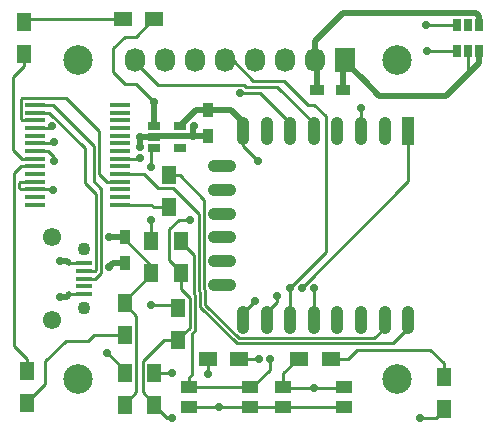
<source format=gbr>
G04 #@! TF.FileFunction,Copper,L1,Top,Signal*
%FSLAX46Y46*%
G04 Gerber Fmt 4.6, Leading zero omitted, Abs format (unit mm)*
G04 Created by KiCad (PCBNEW 4.0.0-rc2-stable) date Mon 16 Nov 2015 05:30:53 PM PST*
%MOMM*%
G01*
G04 APERTURE LIST*
%ADD10C,0.100000*%
%ADD11R,1.200000X0.900000*%
%ADD12R,1.300000X1.500000*%
%ADD13R,0.900000X1.200000*%
%ADD14R,1.727200X2.032000*%
%ADD15O,1.727200X2.032000*%
%ADD16R,1.500000X1.300000*%
%ADD17R,1.060000X0.650000*%
%ADD18O,2.400000X1.100000*%
%ADD19R,1.100000X2.400000*%
%ADD20O,1.100000X2.400000*%
%ADD21R,1.750000X0.450000*%
%ADD22C,2.500000*%
%ADD23R,1.450000X1.000000*%
%ADD24R,1.350000X0.400000*%
%ADD25C,1.100000*%
%ADD26C,1.550000*%
%ADD27R,0.650000X1.060000*%
%ADD28C,0.700000*%
%ADD29C,0.250000*%
%ADD30C,0.500000*%
G04 APERTURE END LIST*
D10*
D11*
X120250000Y-52500000D03*
X122450000Y-52500000D03*
D12*
X104000000Y-79200000D03*
X104000000Y-76500000D03*
D13*
X104000000Y-65000000D03*
X104000000Y-67200000D03*
X111000000Y-54250000D03*
X111000000Y-56450000D03*
D12*
X95750000Y-79000000D03*
X95750000Y-76300000D03*
X95500000Y-46750000D03*
X95500000Y-49450000D03*
X131000000Y-76800000D03*
X131000000Y-79500000D03*
D14*
X122660000Y-50000000D03*
D15*
X120120000Y-50000000D03*
X117580000Y-50000000D03*
X115040000Y-50000000D03*
X112500000Y-50000000D03*
X109960000Y-50000000D03*
X107420000Y-50000000D03*
X104880000Y-50000000D03*
D12*
X107750000Y-59750000D03*
X107750000Y-62450000D03*
X104000000Y-70550000D03*
X104000000Y-73250000D03*
D16*
X106500000Y-46500000D03*
X103800000Y-46500000D03*
D12*
X106250000Y-65300000D03*
X106250000Y-68000000D03*
D16*
X121450000Y-75250000D03*
X118750000Y-75250000D03*
X113700000Y-75250000D03*
X111000000Y-75250000D03*
D12*
X108500000Y-71000000D03*
X108500000Y-73700000D03*
X106500000Y-76500000D03*
X106500000Y-79200000D03*
X108750000Y-68000000D03*
X108750000Y-65300000D03*
D17*
X106500000Y-55550000D03*
X106500000Y-56500000D03*
X106500000Y-57450000D03*
X108700000Y-57450000D03*
X108700000Y-55550000D03*
D18*
X112250000Y-58990000D03*
X112250000Y-60990000D03*
X112250000Y-62990000D03*
X112250000Y-64990000D03*
X112250000Y-66990000D03*
X112250000Y-68990000D03*
D19*
X128000000Y-56000000D03*
D20*
X126000000Y-56000000D03*
X124000000Y-56000000D03*
X122000000Y-56000000D03*
X120000000Y-56000000D03*
X118000000Y-56000000D03*
X116000000Y-56000000D03*
X114000000Y-56000000D03*
X114000000Y-72000000D03*
X116000000Y-72000000D03*
X118000000Y-72000000D03*
X120000000Y-72000000D03*
X122000000Y-72000000D03*
X124000000Y-72000000D03*
X126000000Y-72000000D03*
X128000000Y-72000000D03*
D21*
X103600000Y-62225000D03*
X103600000Y-61575000D03*
X103600000Y-60925000D03*
X103600000Y-60275000D03*
X103600000Y-59625000D03*
X103600000Y-58975000D03*
X103600000Y-58325000D03*
X103600000Y-57675000D03*
X103600000Y-57025000D03*
X103600000Y-56375000D03*
X103600000Y-55725000D03*
X103600000Y-55075000D03*
X103600000Y-54425000D03*
X103600000Y-53775000D03*
X96400000Y-53775000D03*
X96400000Y-54425000D03*
X96400000Y-55075000D03*
X96400000Y-55725000D03*
X96400000Y-56375000D03*
X96400000Y-57025000D03*
X96400000Y-57675000D03*
X96400000Y-58325000D03*
X96400000Y-58975000D03*
X96400000Y-59625000D03*
X96400000Y-60275000D03*
X96400000Y-60925000D03*
X96400000Y-61575000D03*
X96400000Y-62225000D03*
D22*
X100000000Y-50000000D03*
X127000000Y-50000000D03*
X100000000Y-77000000D03*
X127000000Y-77000000D03*
D23*
X117425000Y-79350000D03*
X122575000Y-79350000D03*
X122575000Y-77650000D03*
X117425000Y-77650000D03*
X109425000Y-79350000D03*
X114575000Y-79350000D03*
X114575000Y-77650000D03*
X109425000Y-77650000D03*
D24*
X100562540Y-67199100D03*
X100562540Y-67849100D03*
X100562540Y-68499100D03*
X100562540Y-69149100D03*
X100562540Y-69799100D03*
D25*
X100562540Y-65999100D03*
X100562540Y-70999100D03*
D26*
X97862540Y-64999100D03*
X97862540Y-71999100D03*
D27*
X132100000Y-49200000D03*
X133050000Y-49200000D03*
X134000000Y-49200000D03*
X134000000Y-47000000D03*
X132100000Y-47000000D03*
X133050000Y-47000000D03*
D28*
X97977816Y-56953761D03*
X106500000Y-53550001D03*
X98500000Y-67000000D03*
X102687560Y-65000000D03*
X115000000Y-70400000D03*
X111000000Y-76550000D03*
X97797696Y-55602304D03*
X98000000Y-58500000D03*
X97950000Y-60950000D03*
X109815692Y-55565692D03*
X109800000Y-56450000D03*
X105250000Y-57300000D03*
X102500000Y-74750000D03*
X112000000Y-79350000D03*
X105250000Y-58250000D03*
X105250000Y-56500000D03*
X98500000Y-70000000D03*
X102687560Y-67500000D03*
X115250000Y-58500000D03*
X109500000Y-63500000D03*
X108000000Y-80250000D03*
X129000000Y-80250000D03*
X108000000Y-76500000D03*
X118000000Y-69250000D03*
X129600000Y-49200000D03*
X113750000Y-52749981D03*
X129500000Y-47000000D03*
X106250000Y-59000000D03*
X106250000Y-63500000D03*
X120000000Y-69250000D03*
X120000000Y-77750000D03*
X115349987Y-75250000D03*
X116850021Y-69925020D03*
X106250000Y-70750000D03*
X124000000Y-54000000D03*
X116250000Y-75250000D03*
X119000000Y-69250000D03*
D29*
X95275000Y-55075000D02*
X96400000Y-55075000D01*
X95199999Y-54999999D02*
X95275000Y-55075000D01*
X95199999Y-53289999D02*
X95199999Y-54999999D01*
X95264999Y-53224999D02*
X95199999Y-53289999D01*
X99011410Y-53224999D02*
X95264999Y-53224999D01*
X101800011Y-56013600D02*
X99011410Y-53224999D01*
X103600000Y-60275000D02*
X102475000Y-60275000D01*
X101800011Y-59600011D02*
X101800011Y-56013600D01*
X102475000Y-60275000D02*
X101800011Y-59600011D01*
D30*
X99300900Y-67199100D02*
X99101800Y-67000000D01*
X99101800Y-67000000D02*
X98500000Y-67000000D01*
D29*
X100562540Y-67199100D02*
X99300900Y-67199100D01*
D30*
X122480001Y-46019999D02*
X120120000Y-48380000D01*
X120120000Y-48380000D02*
X120120000Y-50000000D01*
X134000000Y-47000000D02*
X134000000Y-46284998D01*
X133735001Y-46019999D02*
X122480001Y-46019999D01*
X134000000Y-46284998D02*
X133735001Y-46019999D01*
D29*
X97906577Y-57025000D02*
X97977816Y-56953761D01*
X96400000Y-57025000D02*
X97906577Y-57025000D01*
D30*
X120250000Y-52500000D02*
X120250000Y-50130000D01*
X120250000Y-50130000D02*
X120120000Y-50000000D01*
D29*
X104000000Y-52000000D02*
X104949999Y-52000000D01*
X104949999Y-52000000D02*
X106500000Y-53550001D01*
X103000000Y-51000000D02*
X104000000Y-52000000D01*
X103000000Y-49000000D02*
X103000000Y-51000000D01*
X104000000Y-48000000D02*
X103000000Y-49000000D01*
X104900000Y-48000000D02*
X104000000Y-48000000D01*
X106400000Y-46500000D02*
X104900000Y-48000000D01*
D30*
X106500000Y-55550000D02*
X106500000Y-53550001D01*
D29*
X104000000Y-70650000D02*
X104000000Y-70550000D01*
X104975001Y-71625001D02*
X104000000Y-70650000D01*
X104975001Y-78124999D02*
X104975001Y-71625001D01*
X104000000Y-79100000D02*
X104975001Y-78124999D01*
X104000000Y-79200000D02*
X104000000Y-79100000D01*
X104000000Y-70550000D02*
X104000000Y-70350000D01*
X104000000Y-70350000D02*
X106250000Y-68100000D01*
X106250000Y-68100000D02*
X106250000Y-68000000D01*
X106250000Y-68000000D02*
X106250000Y-67400000D01*
X106250000Y-67400000D02*
X104000000Y-65150000D01*
X104000000Y-65150000D02*
X104000000Y-65000000D01*
X106500000Y-46500000D02*
X106400000Y-46500000D01*
D30*
X104000000Y-65000000D02*
X102687560Y-65000000D01*
D29*
X114000000Y-72000000D02*
X114000000Y-71400000D01*
X114000000Y-71400000D02*
X115000000Y-70400000D01*
X111000000Y-75250000D02*
X111000000Y-76550000D01*
X96400000Y-55725000D02*
X97675000Y-55725000D01*
X97675000Y-55725000D02*
X97797696Y-55602304D01*
X96400000Y-57675000D02*
X97525000Y-57675000D01*
X97525000Y-57675000D02*
X98000000Y-58150000D01*
X98000000Y-58150000D02*
X98000000Y-58500000D01*
X96400000Y-60275000D02*
X95125000Y-60275000D01*
X95125000Y-60275000D02*
X95050010Y-60349990D01*
X95050010Y-60349990D02*
X95050010Y-60800010D01*
X95050010Y-60800010D02*
X95175000Y-60925000D01*
X95175000Y-60925000D02*
X96400000Y-60925000D01*
X96400000Y-60925000D02*
X97925000Y-60925000D01*
X97925000Y-60925000D02*
X97950000Y-60950000D01*
D30*
X109800000Y-56450000D02*
X109800000Y-55581384D01*
X109800000Y-55581384D02*
X109815692Y-55565692D01*
X108850000Y-56450000D02*
X106550000Y-56450000D01*
X111000000Y-56450000D02*
X108850000Y-56450000D01*
X108850000Y-56450000D02*
X109800000Y-56450000D01*
X105250000Y-56500000D02*
X105250000Y-57300000D01*
X125500000Y-53000000D02*
X131230000Y-53000000D01*
X131230000Y-53000000D02*
X132529999Y-51700001D01*
X124207601Y-51707601D02*
X125500000Y-53000000D01*
X124207601Y-51700001D02*
X124207601Y-51707601D01*
X99300900Y-69799100D02*
X99100000Y-70000000D01*
X99100000Y-70000000D02*
X98500000Y-70000000D01*
D29*
X100562540Y-69799100D02*
X99300900Y-69799100D01*
D30*
X134000000Y-50230000D02*
X133000000Y-51230000D01*
X133000000Y-51230000D02*
X132529999Y-51700001D01*
D29*
X133050000Y-49200000D02*
X133050000Y-51180000D01*
X133050000Y-51180000D02*
X133000000Y-51230000D01*
D30*
X134000000Y-49200000D02*
X134000000Y-50230000D01*
X122660000Y-50152400D02*
X122660000Y-50000000D01*
X124207601Y-51700001D02*
X122660000Y-50152400D01*
X122450000Y-52500000D02*
X122450000Y-50210000D01*
X122450000Y-50210000D02*
X122660000Y-50000000D01*
D29*
X104000000Y-76250000D02*
X102500000Y-74750000D01*
X104000000Y-76500000D02*
X104000000Y-76250000D01*
X96400000Y-60925000D02*
X97050000Y-60925000D01*
X114575000Y-79350000D02*
X112000000Y-79350000D01*
X112000000Y-79350000D02*
X109425000Y-79350000D01*
X117425000Y-79350000D02*
X114575000Y-79350000D01*
X122575000Y-79350000D02*
X117425000Y-79350000D01*
D30*
X106550000Y-56450000D02*
X106500000Y-56500000D01*
D29*
X103600000Y-58325000D02*
X105175000Y-58325000D01*
X105175000Y-58325000D02*
X105250000Y-58250000D01*
D30*
X106500000Y-56500000D02*
X105250000Y-56500000D01*
X104000000Y-67200000D02*
X102987560Y-67200000D01*
X102987560Y-67200000D02*
X102687560Y-67500000D01*
D29*
X108500000Y-73600000D02*
X108500000Y-73700000D01*
X108750000Y-68000000D02*
X108750000Y-69372822D01*
X109475001Y-72624999D02*
X108500000Y-73600000D01*
X109475001Y-70097823D02*
X109475001Y-72624999D01*
X108750000Y-69372822D02*
X109475001Y-70097823D01*
D30*
X111000000Y-54250000D02*
X110000000Y-54250000D01*
X110000000Y-54250000D02*
X108700000Y-55550000D01*
D29*
X115250000Y-58500000D02*
X114000000Y-57250000D01*
X114000000Y-57250000D02*
X114000000Y-56000000D01*
X108750000Y-68000000D02*
X108750000Y-67900000D01*
X107774999Y-64289999D02*
X108564998Y-63500000D01*
X108750000Y-67900000D02*
X107774999Y-66924999D01*
X108564998Y-63500000D02*
X109500000Y-63500000D01*
X107774999Y-66924999D02*
X107774999Y-64289999D01*
X108500000Y-73700000D02*
X107314998Y-73700000D01*
X107314998Y-73700000D02*
X105524999Y-75489999D01*
X105524999Y-75489999D02*
X105524999Y-78124999D01*
X105524999Y-78124999D02*
X106500000Y-79100000D01*
X106500000Y-79100000D02*
X106500000Y-79200000D01*
X108000000Y-80250000D02*
X107550000Y-80250000D01*
X107550000Y-80250000D02*
X106500000Y-79200000D01*
X130350000Y-80250000D02*
X129000000Y-80250000D01*
X131000000Y-79500000D02*
X131000000Y-79600000D01*
X131000000Y-79600000D02*
X130350000Y-80250000D01*
D30*
X108905000Y-55550000D02*
X108700000Y-55550000D01*
X114000000Y-55250000D02*
X113000000Y-54250000D01*
X113000000Y-54250000D02*
X111000000Y-54250000D01*
X114000000Y-56000000D02*
X114000000Y-55250000D01*
D29*
X97250000Y-75500000D02*
X97250000Y-77400000D01*
X95750000Y-78900000D02*
X95750000Y-79000000D01*
X97250000Y-77400000D02*
X95750000Y-78900000D01*
X99000000Y-73750000D02*
X97250000Y-75500000D01*
X100900000Y-73750000D02*
X99000000Y-73750000D01*
X104000000Y-73250000D02*
X101400000Y-73250000D01*
X101400000Y-73250000D02*
X100900000Y-73750000D01*
X94600000Y-59550000D02*
X94600000Y-74150000D01*
X94600000Y-74150000D02*
X95750000Y-75300000D01*
X95750000Y-75300000D02*
X95750000Y-76300000D01*
X95175000Y-58975000D02*
X94600000Y-59550000D01*
X96400000Y-58975000D02*
X95175000Y-58975000D01*
X103800000Y-46500000D02*
X95750000Y-46500000D01*
X95750000Y-46500000D02*
X95500000Y-46750000D01*
X95275000Y-58325000D02*
X96400000Y-58325000D01*
X94549991Y-57599991D02*
X95275000Y-58325000D01*
X94549991Y-51400009D02*
X94549991Y-57599991D01*
X95500000Y-50450000D02*
X94549991Y-51400009D01*
X95500000Y-49450000D02*
X95500000Y-50450000D01*
X121450000Y-75250000D02*
X122875031Y-75250000D01*
X122875031Y-75250000D02*
X123625031Y-74500000D01*
X123625031Y-74500000D02*
X129850000Y-74500000D01*
X129850000Y-74500000D02*
X131000000Y-75650000D01*
X131000000Y-75650000D02*
X131000000Y-76800000D01*
X131000000Y-76800000D02*
X131000000Y-76700000D01*
X101562541Y-67774099D02*
X101487540Y-67849100D01*
X101487540Y-67849100D02*
X100562540Y-67849100D01*
X100600000Y-57450000D02*
X97575000Y-54425000D01*
X97575000Y-54425000D02*
X96400000Y-54425000D01*
X100600000Y-60350000D02*
X100600000Y-57450000D01*
X101562541Y-61312541D02*
X100600000Y-60350000D01*
X101562541Y-67774099D02*
X101562541Y-61312541D01*
X101350000Y-57250000D02*
X97875000Y-53775000D01*
X97875000Y-53775000D02*
X96400000Y-53775000D01*
X101350000Y-60250000D02*
X101350000Y-57250000D01*
X102012550Y-60912550D02*
X101350000Y-60250000D01*
X102012550Y-67974090D02*
X102012550Y-60912550D01*
X102012550Y-67974090D02*
X101487540Y-68499100D01*
X101487540Y-68499100D02*
X100562540Y-68499100D01*
X118000000Y-69250000D02*
X121000000Y-66250000D01*
X121000000Y-54750000D02*
X120000000Y-53750000D01*
X121000000Y-66250000D02*
X121000000Y-54750000D01*
X120000000Y-53750000D02*
X119500000Y-53750000D01*
X119500000Y-53750000D02*
X117500000Y-51750000D01*
X117500000Y-51750000D02*
X114885415Y-51750000D01*
X114885415Y-51750000D02*
X113135415Y-50000000D01*
X113135415Y-50000000D02*
X112500000Y-50000000D01*
X108000000Y-76500000D02*
X106500000Y-76500000D01*
X118000000Y-72000000D02*
X118000000Y-69250000D01*
X132100000Y-49200000D02*
X129600000Y-49200000D01*
X115399981Y-52749981D02*
X113750000Y-52749981D01*
X118000000Y-55350000D02*
X115399981Y-52749981D01*
X118000000Y-56000000D02*
X118000000Y-55350000D01*
X132100000Y-47000000D02*
X129500000Y-47000000D01*
X116874979Y-52224979D02*
X120000000Y-55350000D01*
X104880000Y-50000000D02*
X104880000Y-50152400D01*
X114224000Y-52224979D02*
X116874979Y-52224979D01*
X120000000Y-55350000D02*
X120000000Y-56000000D01*
X114074001Y-52074980D02*
X114224000Y-52224979D01*
X106802580Y-52074980D02*
X114074001Y-52074980D01*
X104880000Y-50152400D02*
X106802580Y-52074980D01*
X113637559Y-73525010D02*
X125124990Y-73525010D01*
X110825034Y-69430799D02*
X110825034Y-70712485D01*
X110724990Y-61824990D02*
X110724990Y-69330755D01*
X125124990Y-73525010D02*
X126000000Y-72650000D01*
X107750000Y-59750000D02*
X108650000Y-59750000D01*
X110825034Y-70712485D02*
X113637559Y-73525010D01*
X110724990Y-69330755D02*
X110825034Y-69430799D01*
X108650000Y-59750000D02*
X110724990Y-61824990D01*
X126000000Y-72650000D02*
X126000000Y-72000000D01*
X106450000Y-62450000D02*
X106225000Y-62225000D01*
X106225000Y-62225000D02*
X103600000Y-62225000D01*
X107750000Y-62450000D02*
X106450000Y-62450000D01*
X106250000Y-59000000D02*
X106250000Y-57700000D01*
X106250000Y-57700000D02*
X106500000Y-57450000D01*
X106250000Y-65300000D02*
X106250000Y-63500000D01*
X118750000Y-75250000D02*
X118650000Y-75250000D01*
X118650000Y-75250000D02*
X117425000Y-76475000D01*
X117425000Y-76475000D02*
X117425000Y-77650000D01*
X120000000Y-77750000D02*
X117525000Y-77750000D01*
X117525000Y-77750000D02*
X117425000Y-77650000D01*
X120000000Y-77750000D02*
X122475000Y-77750000D01*
X122475000Y-77750000D02*
X122575000Y-77650000D01*
X122425000Y-77500000D02*
X122575000Y-77650000D01*
X120000000Y-72000000D02*
X120000000Y-69250000D01*
X113700000Y-75250000D02*
X115349987Y-75250000D01*
X116850021Y-70499979D02*
X116850021Y-69925020D01*
X116000000Y-71350000D02*
X116850021Y-70499979D01*
X116000000Y-72000000D02*
X116000000Y-71350000D01*
X106250000Y-70750000D02*
X108250000Y-70750000D01*
X108250000Y-70750000D02*
X108500000Y-71000000D01*
X124000000Y-56000000D02*
X124000000Y-54000000D01*
X109824968Y-66474968D02*
X109824968Y-69811379D01*
X108750000Y-65400000D02*
X109824968Y-66474968D01*
X109925012Y-69911423D02*
X109925012Y-72911399D01*
X109425000Y-76900000D02*
X109425000Y-77650000D01*
X109824968Y-69811379D02*
X109925012Y-69911423D01*
X108750000Y-65300000D02*
X108750000Y-65400000D01*
X109925012Y-72911399D02*
X109725001Y-73111410D01*
X109725001Y-76599999D02*
X109425000Y-76900000D01*
X109725001Y-73111410D02*
X109725001Y-76599999D01*
X114575000Y-77650000D02*
X109425000Y-77650000D01*
X116250000Y-75250000D02*
X116250000Y-76200000D01*
X116250000Y-76200000D02*
X114800000Y-77650000D01*
X114800000Y-77650000D02*
X114575000Y-77650000D01*
X128000000Y-56000000D02*
X128000000Y-60250000D01*
X128000000Y-60250000D02*
X119000000Y-69250000D01*
X106839999Y-60825001D02*
X108110003Y-60825001D01*
X113451159Y-73975021D02*
X126674979Y-73975021D01*
X103600000Y-59625000D02*
X105639998Y-59625000D01*
X105639998Y-59625000D02*
X106839999Y-60825001D01*
X110274979Y-62989977D02*
X110274979Y-69517155D01*
X108110003Y-60825001D02*
X110274979Y-62989977D01*
X110274979Y-69517155D02*
X110375023Y-69617199D01*
X110375023Y-69617199D02*
X110375023Y-70898885D01*
X110375023Y-70898885D02*
X113451159Y-73975021D01*
X128000000Y-72650000D02*
X128000000Y-72000000D01*
X126674979Y-73975021D02*
X128000000Y-72650000D01*
M02*

</source>
